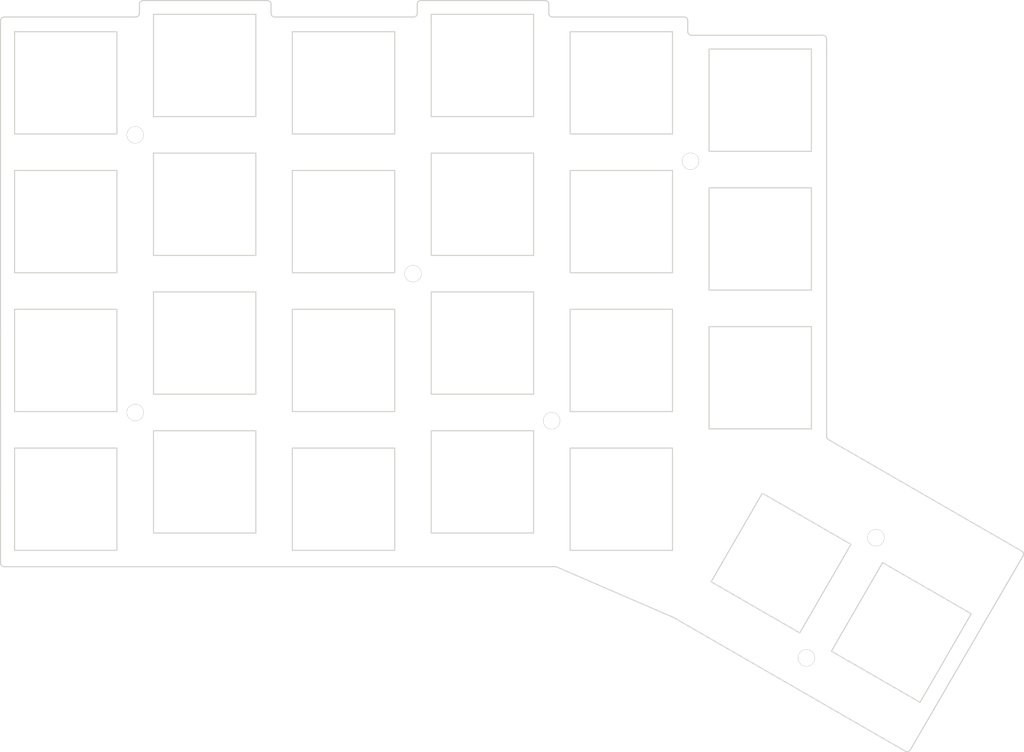
<source format=kicad_pcb>
(kicad_pcb (version 20240108) (generator "pcbnew") (generator_version "8.0")
  (title_block (title "frontplate") (date "2025-06-17") (rev "0.2") (company "ceoloide"))
  (layers (0 "F.Cu" signal) (31 "B.Cu" signal) (34 "B.Paste" user) (35 "F.Paste" user) (36 "B.SilkS" user "B.Silkscreen") (37 "F.SilkS" user "F.Silkscreen") (38 "B.Mask" user) (39 "F.Mask" user) (44 "Edge.Cuts" user))
  (net 0 "")
  (footprint "ceoloide:mounting_hole_npth" (layer "F.Cu") (at 147.5 69.125)
    (property "Reference" "MH4" (hide yes))
    (property "Value" "")
    (pad "" np_thru_hole circle (at 0 0) (size 2.2 2.2) (drill 2.2) (layers "*.Cu" "*.Mask"))
  )
  (footprint "ceoloide:mounting_hole_npth" (layer "F.Cu") (at 201.327241 121.717241 60)
    (property "Reference" "MH7" (hide yes))
    (property "Value" "")
    (pad "" np_thru_hole circle (at 0 0 60) (size 2.2 2.2) (drill 2.2) (layers "*.Cu" "*.Mask"))
  )
  (footprint "ceoloide:mounting_hole_npth" (layer "F.Cu") (at 166.468 89.261)
    (property "Reference" "MH5" (hide yes))
    (property "Value" "")
    (pad "" np_thru_hole circle (at 0 0) (size 2.2 2.2) (drill 2.2) (layers "*.Cu" "*.Mask"))
  )
  (footprint "ceoloide:mounting_hole_npth" (layer "F.Cu") (at 185.468 53.736)
    (property "Reference" "MH3" (hide yes))
    (property "Value" "")
    (pad "" np_thru_hole circle (at 0 0) (size 2.2 2.2) (drill 2.2) (layers "*.Cu" "*.Mask"))
  )
  (footprint "ceoloide:mounting_hole_npth" (layer "F.Cu") (at 109.5 88.125)
    (property "Reference" "MH2" (hide yes))
    (property "Value" "")
    (pad "" np_thru_hole circle (at 0 0) (size 2.2 2.2) (drill 2.2) (layers "*.Cu" "*.Mask"))
  )
  (footprint "ceoloide:mounting_hole_npth" (layer "F.Cu") (at 109.5 50.125)
    (property "Reference" "MH1" (hide yes))
    (property "Value" "")
    (pad "" np_thru_hole circle (at 0 0) (size 2.2 2.2) (drill 2.2) (layers "*.Cu" "*.Mask"))
  )
  (footprint "ceoloide:mounting_hole_npth" (layer "F.Cu") (at 210.827241 105.262759 60)
    (property "Reference" "MH6" (hide yes))
    (property "Value" "")
    (pad "" np_thru_hole circle (at 0 0 60) (size 2.2 2.2) (drill 2.2) (layers "*.Cu" "*.Mask"))
  )
  (gr_arc (start 91.080013 34.490013) (mid 91.226456 34.136456) (end 91.580013 33.99) (stroke (width 0.15)) (layer "Edge.Cuts"))
  (gr_line (start 112 66.625) (end 126 66.625) (stroke (width 0.15)) (layer "Edge.Cuts"))
  (gr_line (start 164 85.625) (end 164 71.625) (stroke (width 0.15)) (layer "Edge.Cuts"))
  (gr_line (start 183 107) (end 183 93) (stroke (width 0.15)) (layer "Edge.Cuts"))
  (gr_line (start 131 69) (end 145 69) (stroke (width 0.15)) (layer "Edge.Cuts"))
  (gr_arc (start 166.582 33.99) (mid 166.228447 33.843553) (end 166.082 33.49) (stroke (width 0.15)) (layer "Edge.Cuts"))
  (gr_line (start 107 69) (end 107 55) (stroke (width 0.15)) (layer "Edge.Cuts"))
  (gr_line (start 202 90.375) (end 202 76.375) (stroke (width 0.15)) (layer "Edge.Cuts"))
  (gr_line (start 91.581987 109.24) (end 166.978501 109.24) (stroke (width 0.15)) (layer "Edge.Cuts"))
  (gr_line (start 164 104.625) (end 164 90.625) (stroke (width 0.15)) (layer "Edge.Cuts"))
  (gr_line (start 126 90.625) (end 112 90.625) (stroke (width 0.15)) (layer "Edge.Cuts"))
  (gr_line (start 131 107) (end 145 107) (stroke (width 0.15)) (layer "Edge.Cuts"))
  (gr_circle (center 109.5 50.125) (end 110.6 50.125) (stroke (width 0.15)) (fill none) (layer "Edge.Cuts"))
  (gr_line (start 93 74) (end 93 88) (stroke (width 0.15)) (layer "Edge.Cuts"))
  (gr_line (start 150 47.625) (end 164 47.625) (stroke (width 0.15)) (layer "Edge.Cuts"))
  (gr_arc (start 165.582 31.738) (mid 165.935553 31.884447) (end 166.082 32.238) (stroke (width 0.15)) (layer "Edge.Cuts"))
  (gr_circle (center 166.468 89.261) (end 167.568 89.261) (stroke (width 0.15)) (fill none) (layer "Edge.Cuts"))
  (gr_line (start 223.866661 115.677822) (end 211.742305 108.677822) (stroke (width 0.15)) (layer "Edge.Cuts"))
  (gr_arc (start 215.531712 134.311099) (mid 215.228135 134.543038) (end 214.849384 134.49293) (stroke (width 0.15)) (layer "Edge.Cuts"))
  (gr_line (start 93 107) (end 107 107) (stroke (width 0.15)) (layer "Edge.Cuts"))
  (gr_arc (start 148.08 33.49) (mid 147.933553 33.843553) (end 147.58 33.99) (stroke (width 0.15)) (layer "Edge.Cuts"))
  (gr_line (start 107 55) (end 93 55) (stroke (width 0.15)) (layer "Edge.Cuts"))
  (gr_line (start 183 50) (end 183 36) (stroke (width 0.15)) (layer "Edge.Cuts"))
  (gr_arc (start 110.08 32.238) (mid 110.226447 31.884447) (end 110.58 31.738) (stroke (width 0.15)) (layer "Edge.Cuts"))
  (gr_line (start 183.165421 116.200186) (end 214.849384 134.49293) (stroke (width 0.15)) (layer "Edge.Cuts"))
  (gr_line (start 93 93) (end 93 107) (stroke (width 0.15)) (layer "Edge.Cuts"))
  (gr_line (start 93 69) (end 107 69) (stroke (width 0.15)) (layer "Edge.Cuts"))
  (gr_line (start 195.287822 99.177822) (end 188.287822 111.302178) (stroke (width 0.15)) (layer "Edge.Cuts"))
  (gr_line (start 150 90.625) (end 150 104.625) (stroke (width 0.15)) (layer "Edge.Cuts"))
  (gr_line (start 150 85.625) (end 164 85.625) (stroke (width 0.15)) (layer "Edge.Cuts"))
  (gr_line (start 169 69) (end 183 69) (stroke (width 0.15)) (layer "Edge.Cuts"))
  (gr_line (start 150 66.625) (end 164 66.625) (stroke (width 0.15)) (layer "Edge.Cuts"))
  (gr_line (start 188 52.375) (end 202 52.375) (stroke (width 0.15)) (layer "Edge.Cuts"))
  (gr_circle (center 185.468 53.736) (end 186.568 53.736) (stroke (width 0.15)) (fill none) (layer "Edge.Cuts"))
  (gr_line (start 131 88) (end 145 88) (stroke (width 0.15)) (layer "Edge.Cuts"))
  (gr_arc (start 184.582 33.99) (mid 184.935553 34.136447) (end 185.082 34.49) (stroke (width 0.15)) (layer "Edge.Cuts"))
  (gr_line (start 188 57.375) (end 188 71.375) (stroke (width 0.15)) (layer "Edge.Cuts"))
  (gr_line (start 126 71.625) (end 112 71.625) (stroke (width 0.15)) (layer "Edge.Cuts"))
  (gr_line (start 107 74) (end 93 74) (stroke (width 0.15)) (layer "Edge.Cuts"))
  (gr_line (start 183.113914 116.174286) (end 167.176994 109.281088) (stroke (width 0.15)) (layer "Edge.Cuts"))
  (gr_circle (center 210.827241 105.262759) (end 211.927241 105.262759) (stroke (width 0.15)) (fill none) (layer "Edge.Cuts"))
  (gr_line (start 126 47.625) (end 126 33.625) (stroke (width 0.15)) (layer "Edge.Cuts"))
  (gr_line (start 164 90.625) (end 150 90.625) (stroke (width 0.15)) (layer "Edge.Cuts"))
  (gr_line (start 131 93) (end 131 107) (stroke (width 0.15)) (layer "Edge.Cuts"))
  (gr_line (start 200.412178 118.302178) (end 207.412178 106.177822) (stroke (width 0.15)) (layer "Edge.Cuts"))
  (gr_line (start 164 47.625) (end 164 33.625) (stroke (width 0.15)) (layer "Edge.Cuts"))
  (gr_arc (start 183.113914 116.174286) (mid 183.140041 116.186494) (end 183.165421 116.200186) (stroke (width 0.15)) (layer "Edge.Cuts"))
  (gr_line (start 112 85.625) (end 126 85.625) (stroke (width 0.15)) (layer "Edge.Cuts"))
  (gr_line (start 128.082 32.238) (end 128.082 33.49) (stroke (width 0.15)) (layer "Edge.Cuts"))
  (gr_line (start 164 52.625) (end 150 52.625) (stroke (width 0.15)) (layer "Edge.Cuts"))
  (gr_line (start 204.742305 120.802178) (end 216.866661 127.802178) (stroke (width 0.15)) (layer "Edge.Cuts"))
  (gr_line (start 183 55) (end 169 55) (stroke (width 0.15)) (layer "Edge.Cuts"))
  (gr_arc (start 203.582222 36.488) (mid 203.935683 36.634376) (end 204.082222 36.987778) (stroke (width 0.15)) (layer "Edge.Cuts"))
  (gr_line (start 183 36) (end 169 36) (stroke (width 0.15)) (layer "Edge.Cuts"))
  (gr_circle (center 147.5 69.125) (end 148.6 69.125) (stroke (width 0.15)) (fill none) (layer "Edge.Cuts"))
  (gr_line (start 145 69) (end 145 55) (stroke (width 0.15)) (layer "Edge.Cuts"))
  (gr_line (start 166.582 33.99) (end 184.582 33.99) (stroke (width 0.15)) (layer "Edge.Cuts"))
  (gr_line (start 202 52.375) (end 202 38.375) (stroke (width 0.15)) (layer "Edge.Cuts"))
  (gr_line (start 107 88) (end 107 74) (stroke (width 0.15)) (layer "Edge.Cuts"))
  (gr_line (start 188 38.375) (end 188 52.375) (stroke (width 0.15)) (layer "Edge.Cuts"))
  (gr_line (start 93 88) (end 107 88) (stroke (width 0.15)) (layer "Edge.Cuts"))
  (gr_line (start 204.083 38.740222) (end 204.083 91.403068) (stroke (width 0.15)) (layer "Edge.Cuts"))
  (gr_line (start 169 93) (end 169 107) (stroke (width 0.15)) (layer "Edge.Cuts"))
  (gr_line (start 164 66.625) (end 164 52.625) (stroke (width 0.15)) (layer "Edge.Cuts"))
  (gr_line (start 91.580013 33.99) (end 109.58 33.99) (stroke (width 0.15)) (layer "Edge.Cuts"))
  (gr_line (start 131 36) (end 131 50) (stroke (width 0.15)) (layer "Edge.Cuts"))
  (gr_line (start 107 107) (end 107 93) (stroke (width 0.15)) (layer "Edge.Cuts"))
  (gr_line (start 110.58 31.738) (end 127.582 31.738) (stroke (width 0.15)) (layer "Edge.Cuts"))
  (gr_line (start 112 104.625) (end 126 104.625) (stroke (width 0.15)) (layer "Edge.Cuts"))
  (gr_arc (start 91.581987 109.24) (mid 91.228447 109.093553) (end 91.081987 108.740013) (stroke (width 0.15)) (layer "Edge.Cuts"))
  (gr_line (start 230.946132 107.780107) (end 215.531712 134.311099) (stroke (width 0.15)) (layer "Edge.Cuts"))
  (gr_line (start 93 50) (end 107 50) (stroke (width 0.15)) (layer "Edge.Cuts"))
  (gr_line (start 131 74) (end 131 88) (stroke (width 0.15)) (layer "Edge.Cuts"))
  (gr_line (start 112 33.625) (end 112 47.625) (stroke (width 0.15)) (layer "Edge.Cuts"))
  (gr_line (start 188 76.375) (end 188 90.375) (stroke (width 0.15)) (layer "Edge.Cuts"))
  (gr_line (start 183 88) (end 183 74) (stroke (width 0.15)) (layer "Edge.Cuts"))
  (gr_line (start 131 50) (end 145 50) (stroke (width 0.15)) (layer "Edge.Cuts"))
  (gr_line (start 126 66.625) (end 126 52.625) (stroke (width 0.15)) (layer "Edge.Cuts"))
  (gr_arc (start 204.333 91.836081) (mid 204.149999 91.653066) (end 204.083 91.403068) (stroke (width 0.15)) (layer "Edge.Cuts"))
  (gr_line (start 145 88) (end 145 74) (stroke (width 0.15)) (layer "Edge.Cuts"))
  (gr_line (start 183 93) (end 169 93) (stroke (width 0.15)) (layer "Edge.Cuts"))
  (gr_line (start 145 55) (end 131 55) (stroke (width 0.15)) (layer "Edge.Cuts"))
  (gr_line (start 150 104.625) (end 164 104.625) (stroke (width 0.15)) (layer "Edge.Cuts"))
  (gr_line (start 112 47.625) (end 126 47.625) (stroke (width 0.15)) (layer "Edge.Cuts"))
  (gr_line (start 91.081987 108.740013) (end 91.080013 34.490013) (stroke (width 0.15)) (layer "Edge.Cuts"))
  (gr_line (start 202 71.375) (end 202 57.375) (stroke (width 0.15)) (layer "Edge.Cuts"))
  (gr_line (start 169 36) (end 169 50) (stroke (width 0.15)) (layer "Edge.Cuts"))
  (gr_line (start 110.08 33.49) (end 110.08 32.238) (stroke (width 0.15)) (layer "Edge.Cuts"))
  (gr_line (start 185.082 34.49) (end 185.082 35.988) (stroke (width 0.15)) (layer "Edge.Cuts"))
  (gr_line (start 169 74) (end 169 88) (stroke (width 0.15)) (layer "Edge.Cuts"))
  (gr_arc (start 230.763803 107.095912) (mid 230.996924 107.400172) (end 230.946132 107.780107) (stroke (width 0.15)) (layer "Edge.Cuts"))
  (gr_line (start 169 50) (end 183 50) (stroke (width 0.15)) (layer "Edge.Cuts"))
  (gr_arc (start 204.083 38.740222) (mid 204.083 38.740111) (end 204.083 38.74) (stroke (width 0.15)) (layer "Edge.Cuts"))
  (gr_line (start 145 107) (end 145 93) (stroke (width 0.15)) (layer "Edge.Cuts"))
  (gr_circle (center 201.327241 121.717241) (end 202.427241 121.717241) (stroke (width 0.15)) (fill none) (layer "Edge.Cuts"))
  (gr_line (start 112 90.625) (end 112 104.625) (stroke (width 0.15)) (layer "Edge.Cuts"))
  (gr_line (start 126 33.625) (end 112 33.625) (stroke (width 0.15)) (layer "Edge.Cuts"))
  (gr_line (start 188 90.375) (end 202 90.375) (stroke (width 0.15)) (layer "Edge.Cuts"))
  (gr_line (start 185.582 36.488) (end 203.582222 36.488) (stroke (width 0.15)) (layer "Edge.Cuts"))
  (gr_arc (start 166.978501 109.24) (mid 167.079851 109.25038) (end 167.176994 109.281088) (stroke (width 0.15)) (layer "Edge.Cuts"))
  (gr_line (start 164 71.625) (end 150 71.625) (stroke (width 0.15)) (layer "Edge.Cuts"))
  (gr_arc (start 110.08 33.49) (mid 109.933553 33.843553) (end 109.58 33.99) (stroke (width 0.15)) (layer "Edge.Cuts"))
  (gr_line (start 202 57.375) (end 188 57.375) (stroke (width 0.15)) (layer "Edge.Cuts"))
  (gr_line (start 126 104.625) (end 126 90.625) (stroke (width 0.15)) (layer "Edge.Cuts"))
  (gr_line (start 211.742305 108.677822) (end 204.742305 120.802178) (stroke (width 0.15)) (layer "Edge.Cuts"))
  (gr_line (start 188.287822 111.302178) (end 200.412178 118.302178) (stroke (width 0.15)) (layer "Edge.Cuts"))
  (gr_line (start 148.58 31.738) (end 165.582 31.738) (stroke (width 0.15)) (layer "Edge.Cuts"))
  (gr_line (start 107 93) (end 93 93) (stroke (width 0.15)) (layer "Edge.Cuts"))
  (gr_line (start 188 71.375) (end 202 71.375) (stroke (width 0.15)) (layer "Edge.Cuts"))
  (gr_line (start 164 33.625) (end 150 33.625) (stroke (width 0.15)) (layer "Edge.Cuts"))
  (gr_arc (start 128.582 33.99) (mid 128.228447 33.843553) (end 128.082 33.49) (stroke (width 0.15)) (layer "Edge.Cuts"))
  (gr_line (start 207.412178 106.177822) (end 195.287822 99.177822) (stroke (width 0.15)) (layer "Edge.Cuts"))
  (gr_line (start 202 76.375) (end 188 76.375) (stroke (width 0.15)) (layer "Edge.Cuts"))
  (gr_line (start 169 88) (end 183 88) (stroke (width 0.15)) (layer "Edge.Cuts"))
  (gr_line (start 148.08 33.49) (end 148.08 32.238) (stroke (width 0.15)) (layer "Edge.Cuts"))
  (gr_line (start 150 33.625) (end 150 47.625) (stroke (width 0.15)) (layer "Edge.Cuts"))
  (gr_line (start 204.082222 36.987778) (end 204.083 38.74) (stroke (width 0.15)) (layer "Edge.Cuts"))
  (gr_line (start 126 52.625) (end 112 52.625) (stroke (width 0.15)) (layer "Edge.Cuts"))
  (gr_line (start 204.333 91.836081) (end 230.763803 107.095912) (stroke (width 0.15)) (layer "Edge.Cuts"))
  (gr_line (start 169 107) (end 183 107) (stroke (width 0.15)) (layer "Edge.Cuts"))
  (gr_line (start 93 55) (end 93 69) (stroke (width 0.15)) (layer "Edge.Cuts"))
  (gr_line (start 169 55) (end 169 69) (stroke (width 0.15)) (layer "Edge.Cuts"))
  (gr_line (start 145 74) (end 131 74) (stroke (width 0.15)) (layer "Edge.Cuts"))
  (gr_line (start 183 69) (end 183 55) (stroke (width 0.15)) (layer "Edge.Cuts"))
  (gr_line (start 183 74) (end 169 74) (stroke (width 0.15)) (layer "Edge.Cuts"))
  (gr_line (start 107 50) (end 107 36) (stroke (width 0.15)) (layer "Edge.Cuts"))
  (gr_line (start 145 36) (end 131 36) (stroke (width 0.15)) (layer "Edge.Cuts"))
  (gr_line (start 112 71.625) (end 112 85.625) (stroke (width 0.15)) (layer "Edge.Cuts"))
  (gr_line (start 166.082 32.238) (end 166.082 33.49) (stroke (width 0.15)) (layer "Edge.Cuts"))
  (gr_line (start 216.866661 127.802178) (end 223.866661 115.677822) (stroke (width 0.15)) (layer "Edge.Cuts"))
  (gr_line (start 202 38.375) (end 188 38.375) (stroke (width 0.15)) (layer "Edge.Cuts"))
  (gr_arc (start 185.582 36.488) (mid 185.228447 36.341553) (end 185.082 35.988) (stroke (width 0.15)) (layer "Edge.Cuts"))
  (gr_line (start 128.582 33.99) (end 147.58 33.99) (stroke (width 0.15)) (layer "Edge.Cuts"))
  (gr_arc (start 148.08 32.238) (mid 148.226447 31.884447) (end 148.58 31.738) (stroke (width 0.15)) (layer "Edge.Cuts"))
  (gr_line (start 150 52.625) (end 150 66.625) (stroke (width 0.15)) (layer "Edge.Cuts"))
  (gr_line (start 131 55) (end 131 69) (stroke (width 0.15)) (layer "Edge.Cuts"))
  (gr_circle (center 109.5 88.125) (end 110.6 88.125) (stroke (width 0.15)) (fill none) (layer "Edge.Cuts"))
  (gr_line (start 126 85.625) (end 126 71.625) (stroke (width 0.15)) (layer "Edge.Cuts"))
  (gr_line (start 145 93) (end 131 93) (stroke (width 0.15)) (layer "Edge.Cuts"))
  (gr_line (start 145 50) (end 145 36) (stroke (width 0.15)) (layer "Edge.Cuts"))
  (gr_line (start 93 36) (end 93 50) (stroke (width 0.15)) (layer "Edge.Cuts"))
  (gr_arc (start 127.582 31.738) (mid 127.935553 31.884447) (end 128.082 32.238) (stroke (width 0.15)) (layer "Edge.Cuts"))
  (gr_line (start 112 52.625) (end 112 66.625) (stroke (width 0.15)) (layer "Edge.Cuts"))
  (gr_line (start 150 71.625) (end 150 85.625) (stroke (width 0.15)) (layer "Edge.Cuts"))
  (gr_line (start 107 36) (end 93 36) (stroke (width 0.15)) (layer "Edge.Cuts"))
)
</source>
